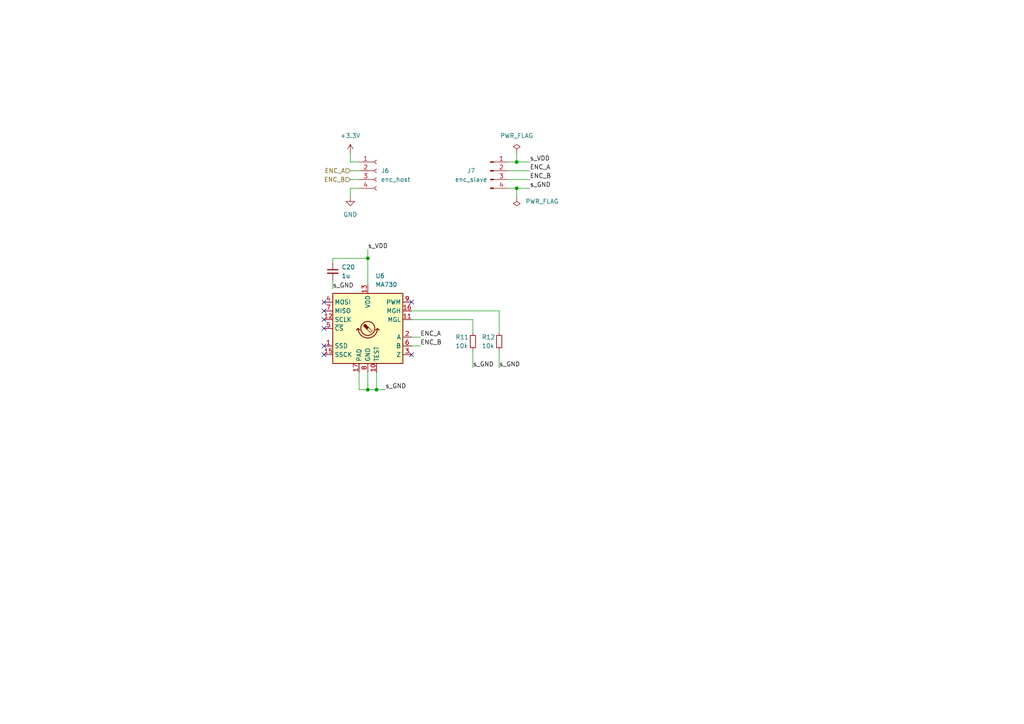
<source format=kicad_sch>
(kicad_sch (version 20231120) (generator "eeschema") (generator_version "8.0")
  (paper "A4")
  (lib_symbols
    (symbol "Connector:Conn_01x04_Pin" (pin_names (offset 1.016) hide)
      (property "Reference" "J" (at 0 5.08 0))
      (property "Value" "Conn_01x04_Pin" (at 0 -7.62 0))
      (symbol "Conn_01x04_Pin_1_1"
        (polyline (pts (xy 1.27 -5.08) (xy 0.8636 -5.08)) (stroke (width 0.1524)))
        (polyline (pts (xy 1.27 -2.54) (xy 0.8636 -2.54)) (stroke (width 0.1524)))
        (polyline (pts (xy 1.27 0) (xy 0.8636 0)) (stroke (width 0.1524)))
        (polyline (pts (xy 1.27 2.54) (xy 0.8636 2.54)) (stroke (width 0.1524)))
        (rectangle (start 0.8636 -4.953) (end 0 -5.207) (stroke (width 0.1524)) (fill (type outline)))
        (rectangle (start 0.8636 -2.413) (end 0 -2.667) (stroke (width 0.1524)) (fill (type outline)))
        (rectangle (start 0.8636 0.127) (end 0 -0.127) (stroke (width 0.1524)) (fill (type outline)))
        (rectangle (start 0.8636 2.667) (end 0 2.413) (stroke (width 0.1524)) (fill (type outline)))
        (pin passive line (at 5.08 2.54 180) (length 3.81) (name "Pin_1") (number "1"))
        (pin passive line (at 5.08 0 180) (length 3.81) (name "Pin_2") (number "2"))
        (pin passive line (at 5.08 -2.54 180) (length 3.81) (name "Pin_3") (number "3"))
        (pin passive line (at 5.08 -5.08 180) (length 3.81) (name "Pin_4") (number "4"))
      )
    )
    (symbol "Connector:Conn_01x04_Socket" (pin_names (offset 1.016) hide)
      (property "Reference" "J" (at 0 5.08 0))
      (property "Value" "Conn_01x04_Socket" (at 0 -7.62 0))
      (symbol "Conn_01x04_Socket_1_1"
        (arc (start 0 -4.572) (mid -0.5058 -5.08) (end 0 -5.588) (stroke (width 0.1524)))
        (arc (start 0 -2.032) (mid -0.5058 -2.54) (end 0 -3.048) (stroke (width 0.1524)))
        (polyline (pts (xy -1.27 -5.08) (xy -0.508 -5.08)) (stroke (width 0.1524)))
        (polyline (pts (xy -1.27 -2.54) (xy -0.508 -2.54)) (stroke (width 0.1524)))
        (polyline (pts (xy -1.27 0) (xy -0.508 0)) (stroke (width 0.1524)))
        (polyline (pts (xy -1.27 2.54) (xy -0.508 2.54)) (stroke (width 0.1524)))
        (arc (start 0 0.508) (mid -0.5058 0) (end 0 -0.508) (stroke (width 0.1524)))
        (arc (start 0 3.048) (mid -0.5058 2.54) (end 0 2.032) (stroke (width 0.1524)))
        (pin passive line (at -5.08 2.54 0) (length 3.81) (name "Pin_1") (number "1"))
        (pin passive line (at -5.08 0 0) (length 3.81) (name "Pin_2") (number "2"))
        (pin passive line (at -5.08 -2.54 0) (length 3.81) (name "Pin_3") (number "3"))
        (pin passive line (at -5.08 -5.08 0) (length 3.81) (name "Pin_4") (number "4"))
      )
    )
    (symbol "Device:C_Small" (pin_numbers hide) (pin_names (offset 0.254) hide)
      (property "Reference" "C" (at 0.254 1.778 0))
      (property "Value" "C_Small" (at 0.254 -2.032 0))
      (symbol "C_Small_0_1"
        (polyline (pts (xy -1.524 -0.508) (xy 1.524 -0.508)) (stroke (width 0.3302)))
        (polyline (pts (xy -1.524 0.508) (xy 1.524 0.508)) (stroke (width 0.3048)))
      )
      (symbol "C_Small_1_1"
        (pin passive line (at 0 2.54 270) (length 2.032) (name "~") (number "1"))
        (pin passive line (at 0 -2.54 90) (length 2.032) (name "~") (number "2"))
      )
    )
    (symbol "Device:R_Small" (pin_numbers hide) (pin_names (offset 0.254) hide)
      (property "Reference" "R" (at 0.762 0.508 0))
      (property "Value" "R_Small" (at 0.762 -1.016 0))
      (symbol "R_Small_0_1"
        (rectangle (start -0.762 1.778) (end 0.762 -1.778) (stroke (width 0.2032)))
      )
      (symbol "R_Small_1_1"
        (pin passive line (at 0 2.54 270) (length 0.762) (name "~") (number "1"))
        (pin passive line (at 0 -2.54 90) (length 0.762) (name "~") (number "2"))
      )
    )
    (symbol "Sensor_Magnetic:MA730"
      (property "Reference" "U" (at -10.16 11.43 0))
      (property "Value" "MA730" (at 10.16 11.43 0))
      (symbol "MA730_0_1"
        (rectangle (start -10.16 10.16) (end 10.16 -10.16) (stroke (width 0.254)) (fill (type background)))
        (arc (start -2.794 0) (mid 0 -2.7819) (end 2.794 0) (stroke (width 0.254)))
        (polyline (pts (xy -2.794 0) (xy -3.302 -0.508)) (stroke (width 0.254)))
        (polyline (pts (xy -2.794 0) (xy -2.286 -0.508)) (stroke (width 0.254)))
        (polyline (pts (xy 2.794 0) (xy 2.286 -0.508)) (stroke (width 0.254)))
        (polyline (pts (xy 2.794 0) (xy 3.302 -0.508)) (stroke (width 0.254)))
      )
      (symbol "MA730_1_1"
        (polyline (pts (xy 0.254 0.254) (xy 1.27 -0.762) (xy 0.762 -1.27) (xy -0.254 -0.254)))
        (polyline (pts (xy -0.762 1.27) (xy 0.254 0.254) (xy -0.254 -0.254) (xy -1.27 0.762) (xy -1.016 1.016) (xy -0.762 1.27) (xy -0.635 1.143)) (fill (type outline)))
        (circle (center 0 0) (radius 2.032) (stroke (width 0.254)))
        (pin output line (at -12.7 -5.08 0) (length 2.54) (name "SSD") (number "1"))
        (pin passive line (at 2.54 -12.7 90) (length 2.54) (name "TEST") (number "10"))
        (pin output line (at 12.7 2.54 180) (length 2.54) (name "MGL") (number "11"))
        (pin input line (at -12.7 2.54 0) (length 2.54) (name "SCLK") (number "12"))
        (pin power_in line (at 0 12.7 270) (length 2.54) (name "VDD") (number "13"))
        (pin no_connect line (at 5.08 -10.16 90) (length 2.54) hide (name "NC") (number "14"))
        (pin input line (at -12.7 -7.62 0) (length 2.54) (name "SSCK") (number "15"))
        (pin output line (at 12.7 5.08 180) (length 2.54) (name "MGH") (number "16"))
        (pin input line (at -2.54 -12.7 90) (length 2.54) (name "PAD") (number "17"))
        (pin output line (at 12.7 -2.54 180) (length 2.54) (name "A") (number "2"))
        (pin output line (at 12.7 -7.62 180) (length 2.54) (name "Z") (number "3"))
        (pin input line (at -12.7 7.62 0) (length 2.54) (name "MOSI") (number "4"))
        (pin input line (at -12.7 0 0) (length 2.54) (name "~{CS}") (number "5"))
        (pin output line (at 12.7 -5.08 180) (length 2.54) (name "B") (number "6"))
        (pin output line (at -12.7 5.08 0) (length 2.54) (name "MISO") (number "7"))
        (pin power_in line (at 0 -12.7 90) (length 2.54) (name "GND") (number "8"))
        (pin output line (at 12.7 7.62 180) (length 2.54) (name "PWM") (number "9"))
      )
    )
    (symbol "power:+3.3V" (power) (pin_names (offset 0))
      (property "Value" "+3.3V" (at 0 3.556 0))
      (symbol "+3.3V_0_1"
        (polyline (pts (xy -0.762 1.27) (xy 0 2.54)))
        (polyline (pts (xy 0 0) (xy 0 2.54)))
        (polyline (pts (xy 0 2.54) (xy 0.762 1.27)))
      )
      (symbol "+3.3V_1_1"
        (pin power_in line (at 0 0 90) (length 0) hide (name "+3.3V") (number "1"))
      )
    )
    (symbol "power:GND" (power) (pin_names (offset 0))
      (property "Value" "GND" (at 0 -3.81 0))
      (symbol "GND_0_1"
        (polyline (pts (xy 0 0) (xy 0 -1.27) (xy 1.27 -1.27) (xy 0 -2.54) (xy -1.27 -1.27) (xy 0 -1.27)))
      )
      (symbol "GND_1_1"
        (pin power_in line (at 0 0 270) (length 0) hide (name "GND") (number "1"))
      )
    )
    (symbol "power:PWR_FLAG" (power) (pin_numbers hide) (pin_names (offset 0) hide)
      (property "Value" "PWR_FLAG" (at 0 3.81 0))
      (symbol "PWR_FLAG_0_0"
        (pin power_out line (at 0 0 90) (length 0) (name "pwr") (number "1"))
      )
      (symbol "PWR_FLAG_0_1"
        (polyline (pts (xy 0 0) (xy 0 1.27) (xy -1.016 1.905) (xy 0 2.54) (xy 1.016 1.905) (xy 0 1.27)))
      )
    )
  )
  (junction (at 106.68 113.03))
  (junction (at 109.22 113.03))
  (junction (at 149.86 54.61))
  (junction (at 149.86 46.99))
  (junction (at 106.68 74.93))
  (no_connect (at 93.98 95.25))
  (no_connect (at 93.98 102.87))
  (no_connect (at 93.98 90.17))
  (no_connect (at 93.98 100.33))
  (no_connect (at 93.98 92.71))
  (no_connect (at 119.38 102.87))
  (no_connect (at 93.98 87.63))
  (no_connect (at 119.38 87.63))
  (wire (pts (xy 109.22 113.03) (xy 106.68 113.03)))
  (wire (pts (xy 121.92 100.33) (xy 119.38 100.33)))
  (wire (pts (xy 149.86 44.45) (xy 149.86 46.99)))
  (wire (pts (xy 96.52 76.2) (xy 96.52 74.93)))
  (wire (pts (xy 109.22 113.03) (xy 111.76 113.03)))
  (wire (pts (xy 104.14 107.95) (xy 104.14 113.03)))
  (wire (pts (xy 147.32 46.99) (xy 149.86 46.99)))
  (wire (pts (xy 109.22 107.95) (xy 109.22 113.03)))
  (wire (pts (xy 106.68 72.39) (xy 106.68 74.93)))
  (wire (pts (xy 147.32 52.07) (xy 153.67 52.07)))
  (wire (pts (xy 153.67 54.61) (xy 149.86 54.61)))
  (wire (pts (xy 147.32 49.53) (xy 153.67 49.53)))
  (wire (pts (xy 137.16 92.71) (xy 137.16 96.52)))
  (wire (pts (xy 119.38 92.71) (xy 137.16 92.71)))
  (wire (pts (xy 121.92 97.79) (xy 119.38 97.79)))
  (wire (pts (xy 101.6 52.07) (xy 104.14 52.07)))
  (wire (pts (xy 144.78 101.6) (xy 144.78 106.68)))
  (wire (pts (xy 106.68 74.93) (xy 106.68 82.55)))
  (wire (pts (xy 104.14 113.03) (xy 106.68 113.03)))
  (wire (pts (xy 144.78 90.17) (xy 144.78 96.52)))
  (wire (pts (xy 119.38 90.17) (xy 144.78 90.17)))
  (wire (pts (xy 149.86 54.61) (xy 149.86 57.15)))
  (wire (pts (xy 106.68 113.03) (xy 106.68 107.95)))
  (wire (pts (xy 153.67 46.99) (xy 149.86 46.99)))
  (wire (pts (xy 101.6 57.15) (xy 101.6 54.61)))
  (wire (pts (xy 96.52 81.28) (xy 96.52 83.82)))
  (wire (pts (xy 101.6 44.45) (xy 101.6 46.99)))
  (wire (pts (xy 101.6 49.53) (xy 104.14 49.53)))
  (wire (pts (xy 101.6 46.99) (xy 104.14 46.99)))
  (wire (pts (xy 101.6 54.61) (xy 104.14 54.61)))
  (wire (pts (xy 96.52 74.93) (xy 106.68 74.93)))
  (wire (pts (xy 149.86 54.61) (xy 147.32 54.61)))
  (wire (pts (xy 137.16 101.6) (xy 137.16 106.68)))
  (label "s_GND" (at 144.78 106.68 0))
  (label "s_VDD" (at 153.67 46.99 0))
  (label "s_GND" (at 111.76 113.03 0))
  (label "ENC_B" (at 121.92 100.33 0))
  (label "s_GND" (at 96.52 83.82 0))
  (label "s_VDD" (at 106.68 72.39 0))
  (label "ENC_A" (at 153.67 49.53 0))
  (label "s_GND" (at 153.67 54.61 0))
  (label "ENC_A" (at 121.92 97.79 0))
  (label "s_GND" (at 137.16 106.68 0))
  (label "ENC_B" (at 153.67 52.07 0))
  (hierarchical_label "ENC_B" (shape input) (at 101.6 52.07 180))
  (hierarchical_label "ENC_A" (shape input) (at 101.6 49.53 180))
  (symbol (lib_id "Device:R_Small") (at 144.78 99.06 180) (unit 1)
    (property "Reference" "R12" (at 139.7 97.79 0) (effects (justify right)))
    (property "Value" "10k" (at 139.7 100.33 0) (effects (justify right)))
    (property "Footprint" "Resistor_SMD:R_0201_0603Metric" (effects (hide yes)))
    (instances (project "main" (path "" (reference "R12") (unit 1)) (path "" (reference "R4") (unit 1))))
  )
  (symbol (lib_id "power:GND") (at 101.6 57.15 0) (unit 1)
    (property "Reference" "#PWR045" (effects (hide yes)))
    (property "Value" "GND" (at 101.6 62.23 0))
    (instances (project "main" (path "" (reference "#PWR045") (unit 1)) (path "" (reference "#PWR011") (unit 1))))
  )
  (symbol (lib_id "Sensor_Magnetic:MA730") (at 106.68 95.25 0) (unit 1)
    (property "Reference" "U6" (at 108.8741 80.01 0) (effects (justify left)))
    (property "Value" "MA730" (at 108.8741 82.55 0) (effects (justify left)))
    (property "Footprint" "Package_DFN_QFN:QFN-16-1EP_3x3mm_P0.5mm_EP1.75x1.75mm" (effects (hide yes)))
    (property "Datasheet" "https://www.monolithicpower.com/pub/media/document/m/a/ma730_r1.01.pdf" (effects (hide yes)))
    (property "Description" "Magnetic rotary angle sensor, 14-bit, SPI interface, ABZ, PWM, QFN-16" (effects (hide yes)))
    (instances (project "" (path "" (reference "U6") (unit 1)) (path "" (reference "U2") (unit 1))))
  )
  (symbol (lib_id "Device:C_Small") (at 96.52 78.74 0) (unit 1)
    (property "Reference" "C20" (at 99.06 77.4762 0) (effects (justify left)))
    (property "Value" "1u" (at 99.06 80.0162 0) (effects (justify left)))
    (property "Footprint" "Capacitor_SMD:C_0201_0603Metric" (effects (hide yes)))
    (instances (project "" (path "" (reference "C20") (unit 1)) (path "" (reference "C10") (unit 1))))
  )
  (symbol (lib_id "Device:R_Small") (at 137.16 99.06 180) (unit 1)
    (property "Reference" "R11" (at 132.08 97.79 0) (effects (justify right)))
    (property "Value" "10k" (at 132.08 100.33 0) (effects (justify right)))
    (property "Footprint" "Resistor_SMD:R_0201_0603Metric" (effects (hide yes)))
    (instances (project "main" (path "" (reference "R11") (unit 1)) (path "" (reference "R3") (unit 1))))
  )
  (symbol (lib_id "Connector:Conn_01x04_Socket") (at 109.22 49.53 0) (unit 1)
    (property "Reference" "J6" (at 110.49 49.5299 0) (effects (justify left)))
    (property "Value" "enc_host" (at 110.49 52.0699 0) (effects (justify left)))
    (property "Footprint" "Connector_PinHeader_1.27mm:PinHeader_1x04_P1.27mm_Vertical" (effects (hide yes)))
    (property "Description" "Generic connector, single row, 01x04, script generated" (effects (hide yes)))
    (instances (project "" (path "" (reference "J6") (unit 1)) (path "" (reference "J1") (unit 1))))
  )
  (symbol (lib_id "power:PWR_FLAG") (at 149.86 57.15 180) (unit 1)
    (property "Reference" "#FLG06" (effects (hide yes)))
    (property "Value" "PWR_FLAG" (at 152.4 58.4199 0) (effects (justify right)))
    (instances (project "main" (path "" (reference "#FLG06") (unit 1)) (path "" (reference "#FLG02") (unit 1))))
  )
  (symbol (lib_id "power:+3.3V") (at 101.6 44.45 0) (unit 1)
    (property "Reference" "#PWR044" (effects (hide yes)))
    (property "Value" "+3.3V" (at 101.6 39.37 0))
    (instances (project "main" (path "" (reference "#PWR044") (unit 1)) (path "" (reference "#PWR010") (unit 1))))
  )
  (symbol (lib_id "Connector:Conn_01x04_Pin") (at 142.24 49.53 0) (unit 1)
    (property "Reference" "J7" (at 136.652 49.53 0))
    (property "Value" "enc_slave" (at 136.652 52.07 0))
    (property "Description" "Generic connector, single row, 01x04, script generated" (effects (hide yes)))
    (instances (project "" (path "" (reference "J7") (unit 1)) (path "" (reference "J2") (unit 1))))
  )
  (symbol (lib_id "power:PWR_FLAG") (at 149.86 44.45 0) (unit 1)
    (property "Reference" "#FLG05" (effects (hide yes)))
    (property "Value" "PWR_FLAG" (at 149.86 39.37 0))
    (instances (project "main" (path "" (reference "#FLG05") (unit 1)) (path "" (reference "#FLG01") (unit 1))))
  )
)
</source>
